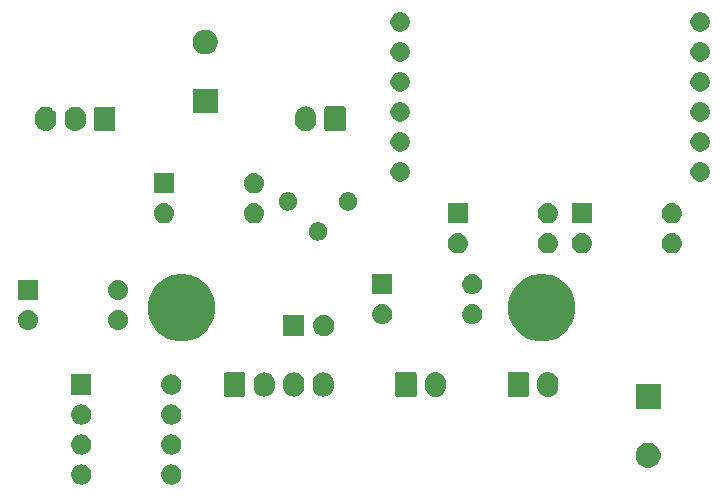
<source format=gbs>
%TF.GenerationSoftware,KiCad,Pcbnew,5.0.2+dfsg1-1*%
%TF.CreationDate,2022-04-21T18:12:01+09:00*%
%TF.ProjectId,car-psu-generic,6361722d-7073-4752-9d67-656e65726963,rev?*%
%TF.SameCoordinates,Original*%
%TF.FileFunction,Soldermask,Bot*%
%TF.FilePolarity,Negative*%
%FSLAX46Y46*%
G04 Gerber Fmt 4.6, Leading zero omitted, Abs format (unit mm)*
G04 Created by KiCad (PCBNEW 5.0.2+dfsg1-1) date Thu 21 Apr 2022 06:12:01 PM JST*
%MOMM*%
%LPD*%
G01*
G04 APERTURE LIST*
%ADD10C,0.100000*%
G04 APERTURE END LIST*
D10*
G36*
X109286821Y-84281313D02*
X109286824Y-84281314D01*
X109286825Y-84281314D01*
X109447239Y-84329975D01*
X109447241Y-84329976D01*
X109447244Y-84329977D01*
X109595078Y-84408995D01*
X109724659Y-84515341D01*
X109831005Y-84644922D01*
X109910023Y-84792756D01*
X109958687Y-84953179D01*
X109975117Y-85120000D01*
X109958687Y-85286821D01*
X109910023Y-85447244D01*
X109831005Y-85595078D01*
X109724659Y-85724659D01*
X109595078Y-85831005D01*
X109447244Y-85910023D01*
X109447241Y-85910024D01*
X109447239Y-85910025D01*
X109286825Y-85958686D01*
X109286824Y-85958686D01*
X109286821Y-85958687D01*
X109161804Y-85971000D01*
X109078196Y-85971000D01*
X108953179Y-85958687D01*
X108953176Y-85958686D01*
X108953175Y-85958686D01*
X108792761Y-85910025D01*
X108792759Y-85910024D01*
X108792756Y-85910023D01*
X108644922Y-85831005D01*
X108515341Y-85724659D01*
X108408995Y-85595078D01*
X108329977Y-85447244D01*
X108281313Y-85286821D01*
X108264883Y-85120000D01*
X108281313Y-84953179D01*
X108329977Y-84792756D01*
X108408995Y-84644922D01*
X108515341Y-84515341D01*
X108644922Y-84408995D01*
X108792756Y-84329977D01*
X108792759Y-84329976D01*
X108792761Y-84329975D01*
X108953175Y-84281314D01*
X108953176Y-84281314D01*
X108953179Y-84281313D01*
X109078196Y-84269000D01*
X109161804Y-84269000D01*
X109286821Y-84281313D01*
X109286821Y-84281313D01*
G37*
G36*
X101666821Y-84281313D02*
X101666824Y-84281314D01*
X101666825Y-84281314D01*
X101827239Y-84329975D01*
X101827241Y-84329976D01*
X101827244Y-84329977D01*
X101975078Y-84408995D01*
X102104659Y-84515341D01*
X102211005Y-84644922D01*
X102290023Y-84792756D01*
X102338687Y-84953179D01*
X102355117Y-85120000D01*
X102338687Y-85286821D01*
X102290023Y-85447244D01*
X102211005Y-85595078D01*
X102104659Y-85724659D01*
X101975078Y-85831005D01*
X101827244Y-85910023D01*
X101827241Y-85910024D01*
X101827239Y-85910025D01*
X101666825Y-85958686D01*
X101666824Y-85958686D01*
X101666821Y-85958687D01*
X101541804Y-85971000D01*
X101458196Y-85971000D01*
X101333179Y-85958687D01*
X101333176Y-85958686D01*
X101333175Y-85958686D01*
X101172761Y-85910025D01*
X101172759Y-85910024D01*
X101172756Y-85910023D01*
X101024922Y-85831005D01*
X100895341Y-85724659D01*
X100788995Y-85595078D01*
X100709977Y-85447244D01*
X100661313Y-85286821D01*
X100644883Y-85120000D01*
X100661313Y-84953179D01*
X100709977Y-84792756D01*
X100788995Y-84644922D01*
X100895341Y-84515341D01*
X101024922Y-84408995D01*
X101172756Y-84329977D01*
X101172759Y-84329976D01*
X101172761Y-84329975D01*
X101333175Y-84281314D01*
X101333176Y-84281314D01*
X101333179Y-84281313D01*
X101458196Y-84269000D01*
X101541804Y-84269000D01*
X101666821Y-84281313D01*
X101666821Y-84281313D01*
G37*
G36*
X149806565Y-82489389D02*
X149997834Y-82568615D01*
X150169976Y-82683637D01*
X150316363Y-82830024D01*
X150431385Y-83002166D01*
X150510611Y-83193435D01*
X150551000Y-83396484D01*
X150551000Y-83603516D01*
X150510611Y-83806565D01*
X150431385Y-83997834D01*
X150316363Y-84169976D01*
X150169976Y-84316363D01*
X149997834Y-84431385D01*
X149806565Y-84510611D01*
X149603516Y-84551000D01*
X149396484Y-84551000D01*
X149193435Y-84510611D01*
X149002166Y-84431385D01*
X148830024Y-84316363D01*
X148683637Y-84169976D01*
X148568615Y-83997834D01*
X148489389Y-83806565D01*
X148449000Y-83603516D01*
X148449000Y-83396484D01*
X148489389Y-83193435D01*
X148568615Y-83002166D01*
X148683637Y-82830024D01*
X148830024Y-82683637D01*
X149002166Y-82568615D01*
X149193435Y-82489389D01*
X149396484Y-82449000D01*
X149603516Y-82449000D01*
X149806565Y-82489389D01*
X149806565Y-82489389D01*
G37*
G36*
X101666821Y-81741313D02*
X101666824Y-81741314D01*
X101666825Y-81741314D01*
X101827239Y-81789975D01*
X101827241Y-81789976D01*
X101827244Y-81789977D01*
X101975078Y-81868995D01*
X102104659Y-81975341D01*
X102211005Y-82104922D01*
X102290023Y-82252756D01*
X102338687Y-82413179D01*
X102355117Y-82580000D01*
X102338687Y-82746821D01*
X102290023Y-82907244D01*
X102211005Y-83055078D01*
X102104659Y-83184659D01*
X101975078Y-83291005D01*
X101827244Y-83370023D01*
X101827241Y-83370024D01*
X101827239Y-83370025D01*
X101666825Y-83418686D01*
X101666824Y-83418686D01*
X101666821Y-83418687D01*
X101541804Y-83431000D01*
X101458196Y-83431000D01*
X101333179Y-83418687D01*
X101333176Y-83418686D01*
X101333175Y-83418686D01*
X101172761Y-83370025D01*
X101172759Y-83370024D01*
X101172756Y-83370023D01*
X101024922Y-83291005D01*
X100895341Y-83184659D01*
X100788995Y-83055078D01*
X100709977Y-82907244D01*
X100661313Y-82746821D01*
X100644883Y-82580000D01*
X100661313Y-82413179D01*
X100709977Y-82252756D01*
X100788995Y-82104922D01*
X100895341Y-81975341D01*
X101024922Y-81868995D01*
X101172756Y-81789977D01*
X101172759Y-81789976D01*
X101172761Y-81789975D01*
X101333175Y-81741314D01*
X101333176Y-81741314D01*
X101333179Y-81741313D01*
X101458196Y-81729000D01*
X101541804Y-81729000D01*
X101666821Y-81741313D01*
X101666821Y-81741313D01*
G37*
G36*
X109286821Y-81741313D02*
X109286824Y-81741314D01*
X109286825Y-81741314D01*
X109447239Y-81789975D01*
X109447241Y-81789976D01*
X109447244Y-81789977D01*
X109595078Y-81868995D01*
X109724659Y-81975341D01*
X109831005Y-82104922D01*
X109910023Y-82252756D01*
X109958687Y-82413179D01*
X109975117Y-82580000D01*
X109958687Y-82746821D01*
X109910023Y-82907244D01*
X109831005Y-83055078D01*
X109724659Y-83184659D01*
X109595078Y-83291005D01*
X109447244Y-83370023D01*
X109447241Y-83370024D01*
X109447239Y-83370025D01*
X109286825Y-83418686D01*
X109286824Y-83418686D01*
X109286821Y-83418687D01*
X109161804Y-83431000D01*
X109078196Y-83431000D01*
X108953179Y-83418687D01*
X108953176Y-83418686D01*
X108953175Y-83418686D01*
X108792761Y-83370025D01*
X108792759Y-83370024D01*
X108792756Y-83370023D01*
X108644922Y-83291005D01*
X108515341Y-83184659D01*
X108408995Y-83055078D01*
X108329977Y-82907244D01*
X108281313Y-82746821D01*
X108264883Y-82580000D01*
X108281313Y-82413179D01*
X108329977Y-82252756D01*
X108408995Y-82104922D01*
X108515341Y-81975341D01*
X108644922Y-81868995D01*
X108792756Y-81789977D01*
X108792759Y-81789976D01*
X108792761Y-81789975D01*
X108953175Y-81741314D01*
X108953176Y-81741314D01*
X108953179Y-81741313D01*
X109078196Y-81729000D01*
X109161804Y-81729000D01*
X109286821Y-81741313D01*
X109286821Y-81741313D01*
G37*
G36*
X109286821Y-79201313D02*
X109286824Y-79201314D01*
X109286825Y-79201314D01*
X109447239Y-79249975D01*
X109447241Y-79249976D01*
X109447244Y-79249977D01*
X109595078Y-79328995D01*
X109724659Y-79435341D01*
X109831005Y-79564922D01*
X109910023Y-79712756D01*
X109958687Y-79873179D01*
X109975117Y-80040000D01*
X109958687Y-80206821D01*
X109910023Y-80367244D01*
X109831005Y-80515078D01*
X109724659Y-80644659D01*
X109595078Y-80751005D01*
X109447244Y-80830023D01*
X109447241Y-80830024D01*
X109447239Y-80830025D01*
X109286825Y-80878686D01*
X109286824Y-80878686D01*
X109286821Y-80878687D01*
X109161804Y-80891000D01*
X109078196Y-80891000D01*
X108953179Y-80878687D01*
X108953176Y-80878686D01*
X108953175Y-80878686D01*
X108792761Y-80830025D01*
X108792759Y-80830024D01*
X108792756Y-80830023D01*
X108644922Y-80751005D01*
X108515341Y-80644659D01*
X108408995Y-80515078D01*
X108329977Y-80367244D01*
X108281313Y-80206821D01*
X108264883Y-80040000D01*
X108281313Y-79873179D01*
X108329977Y-79712756D01*
X108408995Y-79564922D01*
X108515341Y-79435341D01*
X108644922Y-79328995D01*
X108792756Y-79249977D01*
X108792759Y-79249976D01*
X108792761Y-79249975D01*
X108953175Y-79201314D01*
X108953176Y-79201314D01*
X108953179Y-79201313D01*
X109078196Y-79189000D01*
X109161804Y-79189000D01*
X109286821Y-79201313D01*
X109286821Y-79201313D01*
G37*
G36*
X101666821Y-79201313D02*
X101666824Y-79201314D01*
X101666825Y-79201314D01*
X101827239Y-79249975D01*
X101827241Y-79249976D01*
X101827244Y-79249977D01*
X101975078Y-79328995D01*
X102104659Y-79435341D01*
X102211005Y-79564922D01*
X102290023Y-79712756D01*
X102338687Y-79873179D01*
X102355117Y-80040000D01*
X102338687Y-80206821D01*
X102290023Y-80367244D01*
X102211005Y-80515078D01*
X102104659Y-80644659D01*
X101975078Y-80751005D01*
X101827244Y-80830023D01*
X101827241Y-80830024D01*
X101827239Y-80830025D01*
X101666825Y-80878686D01*
X101666824Y-80878686D01*
X101666821Y-80878687D01*
X101541804Y-80891000D01*
X101458196Y-80891000D01*
X101333179Y-80878687D01*
X101333176Y-80878686D01*
X101333175Y-80878686D01*
X101172761Y-80830025D01*
X101172759Y-80830024D01*
X101172756Y-80830023D01*
X101024922Y-80751005D01*
X100895341Y-80644659D01*
X100788995Y-80515078D01*
X100709977Y-80367244D01*
X100661313Y-80206821D01*
X100644883Y-80040000D01*
X100661313Y-79873179D01*
X100709977Y-79712756D01*
X100788995Y-79564922D01*
X100895341Y-79435341D01*
X101024922Y-79328995D01*
X101172756Y-79249977D01*
X101172759Y-79249976D01*
X101172761Y-79249975D01*
X101333175Y-79201314D01*
X101333176Y-79201314D01*
X101333179Y-79201313D01*
X101458196Y-79189000D01*
X101541804Y-79189000D01*
X101666821Y-79201313D01*
X101666821Y-79201313D01*
G37*
G36*
X150551000Y-79551000D02*
X148449000Y-79551000D01*
X148449000Y-77449000D01*
X150551000Y-77449000D01*
X150551000Y-79551000D01*
X150551000Y-79551000D01*
G37*
G36*
X131676626Y-76462037D02*
X131782561Y-76494172D01*
X131846466Y-76513557D01*
X132002989Y-76597221D01*
X132140186Y-76709814D01*
X132205167Y-76788995D01*
X132252778Y-76847009D01*
X132252779Y-76847011D01*
X132336443Y-77003533D01*
X132344027Y-77028534D01*
X132387963Y-77173373D01*
X132401000Y-77305742D01*
X132401000Y-77694257D01*
X132387963Y-77826626D01*
X132336443Y-77996466D01*
X132252778Y-78152991D01*
X132252777Y-78152992D01*
X132140186Y-78290186D01*
X132052178Y-78362411D01*
X132002991Y-78402778D01*
X132002989Y-78402779D01*
X131846467Y-78486443D01*
X131815930Y-78495706D01*
X131676627Y-78537963D01*
X131500000Y-78555359D01*
X131323374Y-78537963D01*
X131184071Y-78495706D01*
X131153534Y-78486443D01*
X130997012Y-78402779D01*
X130997010Y-78402778D01*
X130859816Y-78290186D01*
X130859812Y-78290183D01*
X130747222Y-78152992D01*
X130663557Y-77996467D01*
X130646384Y-77939853D01*
X130612037Y-77826627D01*
X130599000Y-77694258D01*
X130599000Y-77305743D01*
X130612037Y-77173374D01*
X130655973Y-77028535D01*
X130663557Y-77003534D01*
X130747221Y-76847011D01*
X130859814Y-76709814D01*
X130973641Y-76616400D01*
X130997009Y-76597222D01*
X131022960Y-76583351D01*
X131153533Y-76513557D01*
X131217438Y-76494172D01*
X131323373Y-76462037D01*
X131500000Y-76444641D01*
X131676626Y-76462037D01*
X131676626Y-76462037D01*
G37*
G36*
X141176626Y-76462037D02*
X141282561Y-76494172D01*
X141346466Y-76513557D01*
X141502989Y-76597221D01*
X141640186Y-76709814D01*
X141705167Y-76788995D01*
X141752778Y-76847009D01*
X141752779Y-76847011D01*
X141836443Y-77003533D01*
X141844027Y-77028534D01*
X141887963Y-77173373D01*
X141901000Y-77305742D01*
X141901000Y-77694257D01*
X141887963Y-77826626D01*
X141836443Y-77996466D01*
X141752778Y-78152991D01*
X141752777Y-78152992D01*
X141640186Y-78290186D01*
X141552178Y-78362411D01*
X141502991Y-78402778D01*
X141502989Y-78402779D01*
X141346467Y-78486443D01*
X141315930Y-78495706D01*
X141176627Y-78537963D01*
X141000000Y-78555359D01*
X140823374Y-78537963D01*
X140684071Y-78495706D01*
X140653534Y-78486443D01*
X140497012Y-78402779D01*
X140497010Y-78402778D01*
X140359816Y-78290186D01*
X140359812Y-78290183D01*
X140247222Y-78152992D01*
X140163557Y-77996467D01*
X140146384Y-77939853D01*
X140112037Y-77826627D01*
X140099000Y-77694258D01*
X140099000Y-77305743D01*
X140112037Y-77173374D01*
X140155973Y-77028535D01*
X140163557Y-77003534D01*
X140247221Y-76847011D01*
X140359814Y-76709814D01*
X140473641Y-76616400D01*
X140497009Y-76597222D01*
X140522960Y-76583351D01*
X140653533Y-76513557D01*
X140717438Y-76494172D01*
X140823373Y-76462037D01*
X141000000Y-76444641D01*
X141176626Y-76462037D01*
X141176626Y-76462037D01*
G37*
G36*
X139258600Y-76452989D02*
X139291649Y-76463014D01*
X139322106Y-76479294D01*
X139348799Y-76501201D01*
X139370706Y-76527894D01*
X139386986Y-76558351D01*
X139397011Y-76591400D01*
X139401000Y-76631904D01*
X139401000Y-78368096D01*
X139397011Y-78408600D01*
X139386986Y-78441649D01*
X139370706Y-78472106D01*
X139348799Y-78498799D01*
X139322106Y-78520706D01*
X139291649Y-78536986D01*
X139258600Y-78547011D01*
X139218096Y-78551000D01*
X137781904Y-78551000D01*
X137741400Y-78547011D01*
X137708351Y-78536986D01*
X137677894Y-78520706D01*
X137651201Y-78498799D01*
X137629294Y-78472106D01*
X137613014Y-78441649D01*
X137602989Y-78408600D01*
X137599000Y-78368096D01*
X137599000Y-76631904D01*
X137602989Y-76591400D01*
X137613014Y-76558351D01*
X137629294Y-76527894D01*
X137651201Y-76501201D01*
X137677894Y-76479294D01*
X137708351Y-76463014D01*
X137741400Y-76452989D01*
X137781904Y-76449000D01*
X139218096Y-76449000D01*
X139258600Y-76452989D01*
X139258600Y-76452989D01*
G37*
G36*
X129758600Y-76452989D02*
X129791649Y-76463014D01*
X129822106Y-76479294D01*
X129848799Y-76501201D01*
X129870706Y-76527894D01*
X129886986Y-76558351D01*
X129897011Y-76591400D01*
X129901000Y-76631904D01*
X129901000Y-78368096D01*
X129897011Y-78408600D01*
X129886986Y-78441649D01*
X129870706Y-78472106D01*
X129848799Y-78498799D01*
X129822106Y-78520706D01*
X129791649Y-78536986D01*
X129758600Y-78547011D01*
X129718096Y-78551000D01*
X128281904Y-78551000D01*
X128241400Y-78547011D01*
X128208351Y-78536986D01*
X128177894Y-78520706D01*
X128151201Y-78498799D01*
X128129294Y-78472106D01*
X128113014Y-78441649D01*
X128102989Y-78408600D01*
X128099000Y-78368096D01*
X128099000Y-76631904D01*
X128102989Y-76591400D01*
X128113014Y-76558351D01*
X128129294Y-76527894D01*
X128151201Y-76501201D01*
X128177894Y-76479294D01*
X128208351Y-76463014D01*
X128241400Y-76452989D01*
X128281904Y-76449000D01*
X129718096Y-76449000D01*
X129758600Y-76452989D01*
X129758600Y-76452989D01*
G37*
G36*
X117176626Y-76487037D02*
X117289852Y-76521384D01*
X117346466Y-76538557D01*
X117502989Y-76622221D01*
X117640186Y-76734814D01*
X117684651Y-76788996D01*
X117752778Y-76872009D01*
X117752779Y-76872011D01*
X117836443Y-77028533D01*
X117853616Y-77085147D01*
X117887963Y-77198373D01*
X117887963Y-77198375D01*
X117901000Y-77330740D01*
X117901000Y-77669259D01*
X117894482Y-77735441D01*
X117887963Y-77801626D01*
X117836443Y-77971466D01*
X117752778Y-78127991D01*
X117732261Y-78152991D01*
X117640186Y-78265186D01*
X117550623Y-78338687D01*
X117502991Y-78377778D01*
X117502989Y-78377779D01*
X117346467Y-78461443D01*
X117311315Y-78472106D01*
X117176627Y-78512963D01*
X117000000Y-78530359D01*
X116823374Y-78512963D01*
X116688686Y-78472106D01*
X116653534Y-78461443D01*
X116497012Y-78377779D01*
X116497010Y-78377778D01*
X116390279Y-78290186D01*
X116359812Y-78265183D01*
X116247222Y-78127992D01*
X116163557Y-77971467D01*
X116119808Y-77827244D01*
X116112037Y-77801627D01*
X116099000Y-77669258D01*
X116099000Y-77330743D01*
X116101463Y-77305740D01*
X116112037Y-77198376D01*
X116112037Y-77198374D01*
X116163557Y-77028535D01*
X116163557Y-77028534D01*
X116247221Y-76872011D01*
X116359814Y-76734814D01*
X116464380Y-76649000D01*
X116497009Y-76622222D01*
X116543782Y-76597221D01*
X116653533Y-76538557D01*
X116710147Y-76521384D01*
X116823373Y-76487037D01*
X117000000Y-76469641D01*
X117176626Y-76487037D01*
X117176626Y-76487037D01*
G37*
G36*
X119676626Y-76487037D02*
X119789852Y-76521384D01*
X119846466Y-76538557D01*
X120002989Y-76622221D01*
X120140186Y-76734814D01*
X120184651Y-76788996D01*
X120252778Y-76872009D01*
X120252779Y-76872011D01*
X120336443Y-77028533D01*
X120353616Y-77085147D01*
X120387963Y-77198373D01*
X120387963Y-77198375D01*
X120401000Y-77330740D01*
X120401000Y-77669259D01*
X120394482Y-77735441D01*
X120387963Y-77801626D01*
X120336443Y-77971466D01*
X120252778Y-78127991D01*
X120232261Y-78152991D01*
X120140186Y-78265186D01*
X120050623Y-78338687D01*
X120002991Y-78377778D01*
X120002989Y-78377779D01*
X119846467Y-78461443D01*
X119811315Y-78472106D01*
X119676627Y-78512963D01*
X119500000Y-78530359D01*
X119323374Y-78512963D01*
X119188686Y-78472106D01*
X119153534Y-78461443D01*
X118997012Y-78377779D01*
X118997010Y-78377778D01*
X118890279Y-78290186D01*
X118859812Y-78265183D01*
X118747222Y-78127992D01*
X118663557Y-77971467D01*
X118619808Y-77827244D01*
X118612037Y-77801627D01*
X118599000Y-77669258D01*
X118599000Y-77330743D01*
X118601463Y-77305740D01*
X118612037Y-77198376D01*
X118612037Y-77198374D01*
X118663557Y-77028535D01*
X118663557Y-77028534D01*
X118747221Y-76872011D01*
X118859814Y-76734814D01*
X118964380Y-76649000D01*
X118997009Y-76622222D01*
X119043782Y-76597221D01*
X119153533Y-76538557D01*
X119210147Y-76521384D01*
X119323373Y-76487037D01*
X119500000Y-76469641D01*
X119676626Y-76487037D01*
X119676626Y-76487037D01*
G37*
G36*
X122176626Y-76487037D02*
X122289852Y-76521384D01*
X122346466Y-76538557D01*
X122502989Y-76622221D01*
X122640186Y-76734814D01*
X122684651Y-76788996D01*
X122752778Y-76872009D01*
X122752779Y-76872011D01*
X122836443Y-77028533D01*
X122853616Y-77085147D01*
X122887963Y-77198373D01*
X122887963Y-77198375D01*
X122901000Y-77330740D01*
X122901000Y-77669259D01*
X122894482Y-77735441D01*
X122887963Y-77801626D01*
X122836443Y-77971466D01*
X122752778Y-78127991D01*
X122732261Y-78152991D01*
X122640186Y-78265186D01*
X122550623Y-78338687D01*
X122502991Y-78377778D01*
X122502989Y-78377779D01*
X122346467Y-78461443D01*
X122311315Y-78472106D01*
X122176627Y-78512963D01*
X122000000Y-78530359D01*
X121823374Y-78512963D01*
X121688686Y-78472106D01*
X121653534Y-78461443D01*
X121497012Y-78377779D01*
X121497010Y-78377778D01*
X121390279Y-78290186D01*
X121359812Y-78265183D01*
X121247222Y-78127992D01*
X121163557Y-77971467D01*
X121119808Y-77827244D01*
X121112037Y-77801627D01*
X121099000Y-77669258D01*
X121099000Y-77330743D01*
X121101463Y-77305740D01*
X121112037Y-77198376D01*
X121112037Y-77198374D01*
X121163557Y-77028535D01*
X121163557Y-77028534D01*
X121247221Y-76872011D01*
X121359814Y-76734814D01*
X121464380Y-76649000D01*
X121497009Y-76622222D01*
X121543782Y-76597221D01*
X121653533Y-76538557D01*
X121710147Y-76521384D01*
X121823373Y-76487037D01*
X122000000Y-76469641D01*
X122176626Y-76487037D01*
X122176626Y-76487037D01*
G37*
G36*
X115258600Y-76477989D02*
X115291649Y-76488014D01*
X115322106Y-76504294D01*
X115348799Y-76526201D01*
X115370706Y-76552894D01*
X115386986Y-76583351D01*
X115397011Y-76616400D01*
X115401000Y-76656904D01*
X115401000Y-78343096D01*
X115397011Y-78383600D01*
X115386986Y-78416649D01*
X115370706Y-78447106D01*
X115348799Y-78473799D01*
X115322106Y-78495706D01*
X115291649Y-78511986D01*
X115258600Y-78522011D01*
X115218096Y-78526000D01*
X113781904Y-78526000D01*
X113741400Y-78522011D01*
X113708351Y-78511986D01*
X113677894Y-78495706D01*
X113651201Y-78473799D01*
X113629294Y-78447106D01*
X113613014Y-78416649D01*
X113602989Y-78383600D01*
X113599000Y-78343096D01*
X113599000Y-76656904D01*
X113602989Y-76616400D01*
X113613014Y-76583351D01*
X113629294Y-76552894D01*
X113651201Y-76526201D01*
X113677894Y-76504294D01*
X113708351Y-76488014D01*
X113741400Y-76477989D01*
X113781904Y-76474000D01*
X115218096Y-76474000D01*
X115258600Y-76477989D01*
X115258600Y-76477989D01*
G37*
G36*
X109286821Y-76661313D02*
X109286824Y-76661314D01*
X109286825Y-76661314D01*
X109447239Y-76709975D01*
X109447241Y-76709976D01*
X109447244Y-76709977D01*
X109595078Y-76788995D01*
X109724659Y-76895341D01*
X109831005Y-77024922D01*
X109910023Y-77172756D01*
X109910024Y-77172759D01*
X109910025Y-77172761D01*
X109957948Y-77330742D01*
X109958687Y-77333179D01*
X109975117Y-77500000D01*
X109958687Y-77666821D01*
X109958686Y-77666824D01*
X109958686Y-77666825D01*
X109910211Y-77826627D01*
X109910023Y-77827244D01*
X109831005Y-77975078D01*
X109724659Y-78104659D01*
X109595078Y-78211005D01*
X109447244Y-78290023D01*
X109447241Y-78290024D01*
X109447239Y-78290025D01*
X109286825Y-78338686D01*
X109286824Y-78338686D01*
X109286821Y-78338687D01*
X109161804Y-78351000D01*
X109078196Y-78351000D01*
X108953179Y-78338687D01*
X108953176Y-78338686D01*
X108953175Y-78338686D01*
X108792761Y-78290025D01*
X108792759Y-78290024D01*
X108792756Y-78290023D01*
X108644922Y-78211005D01*
X108515341Y-78104659D01*
X108408995Y-77975078D01*
X108329977Y-77827244D01*
X108329790Y-77826627D01*
X108281314Y-77666825D01*
X108281314Y-77666824D01*
X108281313Y-77666821D01*
X108264883Y-77500000D01*
X108281313Y-77333179D01*
X108282052Y-77330742D01*
X108329975Y-77172761D01*
X108329976Y-77172759D01*
X108329977Y-77172756D01*
X108408995Y-77024922D01*
X108515341Y-76895341D01*
X108644922Y-76788995D01*
X108792756Y-76709977D01*
X108792759Y-76709976D01*
X108792761Y-76709975D01*
X108953175Y-76661314D01*
X108953176Y-76661314D01*
X108953179Y-76661313D01*
X109078196Y-76649000D01*
X109161804Y-76649000D01*
X109286821Y-76661313D01*
X109286821Y-76661313D01*
G37*
G36*
X102351000Y-78351000D02*
X100649000Y-78351000D01*
X100649000Y-76649000D01*
X102351000Y-76649000D01*
X102351000Y-78351000D01*
X102351000Y-78351000D01*
G37*
G36*
X110556202Y-68203781D02*
X110831606Y-68258562D01*
X111350455Y-68473476D01*
X111648698Y-68672756D01*
X111817410Y-68785486D01*
X112214514Y-69182590D01*
X112214516Y-69182593D01*
X112526524Y-69649545D01*
X112741438Y-70168394D01*
X112851000Y-70719201D01*
X112851000Y-71280799D01*
X112741438Y-71831606D01*
X112526524Y-72350455D01*
X112426601Y-72500000D01*
X112214514Y-72817410D01*
X111817410Y-73214514D01*
X111817407Y-73214516D01*
X111350455Y-73526524D01*
X110831606Y-73741438D01*
X110280800Y-73851000D01*
X109719200Y-73851000D01*
X109168394Y-73741438D01*
X108649545Y-73526524D01*
X108182593Y-73214516D01*
X108182590Y-73214514D01*
X107785486Y-72817410D01*
X107573399Y-72500000D01*
X107473476Y-72350455D01*
X107258562Y-71831606D01*
X107149000Y-71280799D01*
X107149000Y-70719201D01*
X107258562Y-70168394D01*
X107473476Y-69649545D01*
X107785484Y-69182593D01*
X107785486Y-69182590D01*
X108182590Y-68785486D01*
X108351302Y-68672756D01*
X108649545Y-68473476D01*
X109168394Y-68258562D01*
X109443798Y-68203781D01*
X109719200Y-68149000D01*
X110280800Y-68149000D01*
X110556202Y-68203781D01*
X110556202Y-68203781D01*
G37*
G36*
X141056202Y-68203781D02*
X141331606Y-68258562D01*
X141850455Y-68473476D01*
X142148698Y-68672756D01*
X142317410Y-68785486D01*
X142714514Y-69182590D01*
X142714516Y-69182593D01*
X143026524Y-69649545D01*
X143241438Y-70168394D01*
X143351000Y-70719201D01*
X143351000Y-71280799D01*
X143241438Y-71831606D01*
X143026524Y-72350455D01*
X142926601Y-72500000D01*
X142714514Y-72817410D01*
X142317410Y-73214514D01*
X142317407Y-73214516D01*
X141850455Y-73526524D01*
X141331606Y-73741438D01*
X140780800Y-73851000D01*
X140219200Y-73851000D01*
X139668394Y-73741438D01*
X139149545Y-73526524D01*
X138682593Y-73214516D01*
X138682590Y-73214514D01*
X138285486Y-72817410D01*
X138073399Y-72500000D01*
X137973476Y-72350455D01*
X137758562Y-71831606D01*
X137649000Y-71280799D01*
X137649000Y-70719201D01*
X137758562Y-70168394D01*
X137973476Y-69649545D01*
X138285484Y-69182593D01*
X138285486Y-69182590D01*
X138682590Y-68785486D01*
X138851302Y-68672756D01*
X139149545Y-68473476D01*
X139668394Y-68258562D01*
X139943798Y-68203781D01*
X140219200Y-68149000D01*
X140780800Y-68149000D01*
X141056202Y-68203781D01*
X141056202Y-68203781D01*
G37*
G36*
X122150443Y-71605519D02*
X122216627Y-71612037D01*
X122329853Y-71646384D01*
X122386467Y-71663557D01*
X122478510Y-71712756D01*
X122542991Y-71747222D01*
X122578729Y-71776552D01*
X122680186Y-71859814D01*
X122763448Y-71961271D01*
X122792778Y-71997009D01*
X122792779Y-71997011D01*
X122876443Y-72153533D01*
X122876443Y-72153534D01*
X122927963Y-72323373D01*
X122945359Y-72500000D01*
X122927963Y-72676627D01*
X122905401Y-72751004D01*
X122876443Y-72846467D01*
X122852639Y-72891000D01*
X122792778Y-73002991D01*
X122763448Y-73038729D01*
X122680186Y-73140186D01*
X122589613Y-73214516D01*
X122542991Y-73252778D01*
X122542989Y-73252779D01*
X122386467Y-73336443D01*
X122329853Y-73353616D01*
X122216627Y-73387963D01*
X122150443Y-73394481D01*
X122084260Y-73401000D01*
X121995740Y-73401000D01*
X121929557Y-73394481D01*
X121863373Y-73387963D01*
X121750147Y-73353616D01*
X121693533Y-73336443D01*
X121537011Y-73252779D01*
X121537009Y-73252778D01*
X121490387Y-73214516D01*
X121399814Y-73140186D01*
X121316552Y-73038729D01*
X121287222Y-73002991D01*
X121227361Y-72891000D01*
X121203557Y-72846467D01*
X121174599Y-72751004D01*
X121152037Y-72676627D01*
X121134641Y-72500000D01*
X121152037Y-72323373D01*
X121203557Y-72153534D01*
X121203557Y-72153533D01*
X121287221Y-71997011D01*
X121287222Y-71997009D01*
X121316552Y-71961271D01*
X121399814Y-71859814D01*
X121501271Y-71776552D01*
X121537009Y-71747222D01*
X121601490Y-71712756D01*
X121693533Y-71663557D01*
X121750147Y-71646384D01*
X121863373Y-71612037D01*
X121929557Y-71605519D01*
X121995740Y-71599000D01*
X122084260Y-71599000D01*
X122150443Y-71605519D01*
X122150443Y-71605519D01*
G37*
G36*
X120401000Y-73401000D02*
X118599000Y-73401000D01*
X118599000Y-71599000D01*
X120401000Y-71599000D01*
X120401000Y-73401000D01*
X120401000Y-73401000D01*
G37*
G36*
X97166821Y-71201313D02*
X97166824Y-71201314D01*
X97166825Y-71201314D01*
X97327239Y-71249975D01*
X97327241Y-71249976D01*
X97327244Y-71249977D01*
X97475078Y-71328995D01*
X97604659Y-71435341D01*
X97711005Y-71564922D01*
X97790023Y-71712756D01*
X97790024Y-71712759D01*
X97790025Y-71712761D01*
X97826076Y-71831605D01*
X97838687Y-71873179D01*
X97855117Y-72040000D01*
X97838687Y-72206821D01*
X97838686Y-72206824D01*
X97838686Y-72206825D01*
X97795117Y-72350454D01*
X97790023Y-72367244D01*
X97711005Y-72515078D01*
X97604659Y-72644659D01*
X97475078Y-72751005D01*
X97327244Y-72830023D01*
X97327241Y-72830024D01*
X97327239Y-72830025D01*
X97166825Y-72878686D01*
X97166824Y-72878686D01*
X97166821Y-72878687D01*
X97041804Y-72891000D01*
X96958196Y-72891000D01*
X96833179Y-72878687D01*
X96833176Y-72878686D01*
X96833175Y-72878686D01*
X96672761Y-72830025D01*
X96672759Y-72830024D01*
X96672756Y-72830023D01*
X96524922Y-72751005D01*
X96395341Y-72644659D01*
X96288995Y-72515078D01*
X96209977Y-72367244D01*
X96204884Y-72350454D01*
X96161314Y-72206825D01*
X96161314Y-72206824D01*
X96161313Y-72206821D01*
X96144883Y-72040000D01*
X96161313Y-71873179D01*
X96173924Y-71831605D01*
X96209975Y-71712761D01*
X96209976Y-71712759D01*
X96209977Y-71712756D01*
X96288995Y-71564922D01*
X96395341Y-71435341D01*
X96524922Y-71328995D01*
X96672756Y-71249977D01*
X96672759Y-71249976D01*
X96672761Y-71249975D01*
X96833175Y-71201314D01*
X96833176Y-71201314D01*
X96833179Y-71201313D01*
X96958196Y-71189000D01*
X97041804Y-71189000D01*
X97166821Y-71201313D01*
X97166821Y-71201313D01*
G37*
G36*
X104786821Y-71201313D02*
X104786824Y-71201314D01*
X104786825Y-71201314D01*
X104947239Y-71249975D01*
X104947241Y-71249976D01*
X104947244Y-71249977D01*
X105095078Y-71328995D01*
X105224659Y-71435341D01*
X105331005Y-71564922D01*
X105410023Y-71712756D01*
X105410024Y-71712759D01*
X105410025Y-71712761D01*
X105446076Y-71831605D01*
X105458687Y-71873179D01*
X105475117Y-72040000D01*
X105458687Y-72206821D01*
X105458686Y-72206824D01*
X105458686Y-72206825D01*
X105415117Y-72350454D01*
X105410023Y-72367244D01*
X105331005Y-72515078D01*
X105224659Y-72644659D01*
X105095078Y-72751005D01*
X104947244Y-72830023D01*
X104947241Y-72830024D01*
X104947239Y-72830025D01*
X104786825Y-72878686D01*
X104786824Y-72878686D01*
X104786821Y-72878687D01*
X104661804Y-72891000D01*
X104578196Y-72891000D01*
X104453179Y-72878687D01*
X104453176Y-72878686D01*
X104453175Y-72878686D01*
X104292761Y-72830025D01*
X104292759Y-72830024D01*
X104292756Y-72830023D01*
X104144922Y-72751005D01*
X104015341Y-72644659D01*
X103908995Y-72515078D01*
X103829977Y-72367244D01*
X103824884Y-72350454D01*
X103781314Y-72206825D01*
X103781314Y-72206824D01*
X103781313Y-72206821D01*
X103764883Y-72040000D01*
X103781313Y-71873179D01*
X103793924Y-71831605D01*
X103829975Y-71712761D01*
X103829976Y-71712759D01*
X103829977Y-71712756D01*
X103908995Y-71564922D01*
X104015341Y-71435341D01*
X104144922Y-71328995D01*
X104292756Y-71249977D01*
X104292759Y-71249976D01*
X104292761Y-71249975D01*
X104453175Y-71201314D01*
X104453176Y-71201314D01*
X104453179Y-71201313D01*
X104578196Y-71189000D01*
X104661804Y-71189000D01*
X104786821Y-71201313D01*
X104786821Y-71201313D01*
G37*
G36*
X127166821Y-70701313D02*
X127166824Y-70701314D01*
X127166825Y-70701314D01*
X127327239Y-70749975D01*
X127327241Y-70749976D01*
X127327244Y-70749977D01*
X127475078Y-70828995D01*
X127604659Y-70935341D01*
X127711005Y-71064922D01*
X127790023Y-71212756D01*
X127790024Y-71212759D01*
X127790025Y-71212761D01*
X127801314Y-71249977D01*
X127838687Y-71373179D01*
X127855117Y-71540000D01*
X127838687Y-71706821D01*
X127838686Y-71706824D01*
X127838686Y-71706825D01*
X127826432Y-71747222D01*
X127790023Y-71867244D01*
X127711005Y-72015078D01*
X127604659Y-72144659D01*
X127475078Y-72251005D01*
X127327244Y-72330023D01*
X127327241Y-72330024D01*
X127327239Y-72330025D01*
X127166825Y-72378686D01*
X127166824Y-72378686D01*
X127166821Y-72378687D01*
X127041804Y-72391000D01*
X126958196Y-72391000D01*
X126833179Y-72378687D01*
X126833176Y-72378686D01*
X126833175Y-72378686D01*
X126672761Y-72330025D01*
X126672759Y-72330024D01*
X126672756Y-72330023D01*
X126524922Y-72251005D01*
X126395341Y-72144659D01*
X126288995Y-72015078D01*
X126209977Y-71867244D01*
X126173569Y-71747222D01*
X126161314Y-71706825D01*
X126161314Y-71706824D01*
X126161313Y-71706821D01*
X126144883Y-71540000D01*
X126161313Y-71373179D01*
X126198686Y-71249977D01*
X126209975Y-71212761D01*
X126209976Y-71212759D01*
X126209977Y-71212756D01*
X126288995Y-71064922D01*
X126395341Y-70935341D01*
X126524922Y-70828995D01*
X126672756Y-70749977D01*
X126672759Y-70749976D01*
X126672761Y-70749975D01*
X126833175Y-70701314D01*
X126833176Y-70701314D01*
X126833179Y-70701313D01*
X126958196Y-70689000D01*
X127041804Y-70689000D01*
X127166821Y-70701313D01*
X127166821Y-70701313D01*
G37*
G36*
X134786821Y-70701313D02*
X134786824Y-70701314D01*
X134786825Y-70701314D01*
X134947239Y-70749975D01*
X134947241Y-70749976D01*
X134947244Y-70749977D01*
X135095078Y-70828995D01*
X135224659Y-70935341D01*
X135331005Y-71064922D01*
X135410023Y-71212756D01*
X135410024Y-71212759D01*
X135410025Y-71212761D01*
X135421314Y-71249977D01*
X135458687Y-71373179D01*
X135475117Y-71540000D01*
X135458687Y-71706821D01*
X135458686Y-71706824D01*
X135458686Y-71706825D01*
X135446432Y-71747222D01*
X135410023Y-71867244D01*
X135331005Y-72015078D01*
X135224659Y-72144659D01*
X135095078Y-72251005D01*
X134947244Y-72330023D01*
X134947241Y-72330024D01*
X134947239Y-72330025D01*
X134786825Y-72378686D01*
X134786824Y-72378686D01*
X134786821Y-72378687D01*
X134661804Y-72391000D01*
X134578196Y-72391000D01*
X134453179Y-72378687D01*
X134453176Y-72378686D01*
X134453175Y-72378686D01*
X134292761Y-72330025D01*
X134292759Y-72330024D01*
X134292756Y-72330023D01*
X134144922Y-72251005D01*
X134015341Y-72144659D01*
X133908995Y-72015078D01*
X133829977Y-71867244D01*
X133793569Y-71747222D01*
X133781314Y-71706825D01*
X133781314Y-71706824D01*
X133781313Y-71706821D01*
X133764883Y-71540000D01*
X133781313Y-71373179D01*
X133818686Y-71249977D01*
X133829975Y-71212761D01*
X133829976Y-71212759D01*
X133829977Y-71212756D01*
X133908995Y-71064922D01*
X134015341Y-70935341D01*
X134144922Y-70828995D01*
X134292756Y-70749977D01*
X134292759Y-70749976D01*
X134292761Y-70749975D01*
X134453175Y-70701314D01*
X134453176Y-70701314D01*
X134453179Y-70701313D01*
X134578196Y-70689000D01*
X134661804Y-70689000D01*
X134786821Y-70701313D01*
X134786821Y-70701313D01*
G37*
G36*
X104786821Y-68661313D02*
X104786824Y-68661314D01*
X104786825Y-68661314D01*
X104947239Y-68709975D01*
X104947241Y-68709976D01*
X104947244Y-68709977D01*
X105095078Y-68788995D01*
X105224659Y-68895341D01*
X105331005Y-69024922D01*
X105410023Y-69172756D01*
X105410024Y-69172759D01*
X105410025Y-69172761D01*
X105456885Y-69327239D01*
X105458687Y-69333179D01*
X105475117Y-69500000D01*
X105458687Y-69666821D01*
X105458686Y-69666824D01*
X105458686Y-69666825D01*
X105421314Y-69790025D01*
X105410023Y-69827244D01*
X105331005Y-69975078D01*
X105224659Y-70104659D01*
X105095078Y-70211005D01*
X104947244Y-70290023D01*
X104947241Y-70290024D01*
X104947239Y-70290025D01*
X104786825Y-70338686D01*
X104786824Y-70338686D01*
X104786821Y-70338687D01*
X104661804Y-70351000D01*
X104578196Y-70351000D01*
X104453179Y-70338687D01*
X104453176Y-70338686D01*
X104453175Y-70338686D01*
X104292761Y-70290025D01*
X104292759Y-70290024D01*
X104292756Y-70290023D01*
X104144922Y-70211005D01*
X104015341Y-70104659D01*
X103908995Y-69975078D01*
X103829977Y-69827244D01*
X103818687Y-69790025D01*
X103781314Y-69666825D01*
X103781314Y-69666824D01*
X103781313Y-69666821D01*
X103764883Y-69500000D01*
X103781313Y-69333179D01*
X103783115Y-69327239D01*
X103829975Y-69172761D01*
X103829976Y-69172759D01*
X103829977Y-69172756D01*
X103908995Y-69024922D01*
X104015341Y-68895341D01*
X104144922Y-68788995D01*
X104292756Y-68709977D01*
X104292759Y-68709976D01*
X104292761Y-68709975D01*
X104453175Y-68661314D01*
X104453176Y-68661314D01*
X104453179Y-68661313D01*
X104578196Y-68649000D01*
X104661804Y-68649000D01*
X104786821Y-68661313D01*
X104786821Y-68661313D01*
G37*
G36*
X97851000Y-70351000D02*
X96149000Y-70351000D01*
X96149000Y-68649000D01*
X97851000Y-68649000D01*
X97851000Y-70351000D01*
X97851000Y-70351000D01*
G37*
G36*
X127851000Y-69851000D02*
X126149000Y-69851000D01*
X126149000Y-68149000D01*
X127851000Y-68149000D01*
X127851000Y-69851000D01*
X127851000Y-69851000D01*
G37*
G36*
X134786821Y-68161313D02*
X134786824Y-68161314D01*
X134786825Y-68161314D01*
X134947239Y-68209975D01*
X134947241Y-68209976D01*
X134947244Y-68209977D01*
X135095078Y-68288995D01*
X135224659Y-68395341D01*
X135331005Y-68524922D01*
X135410023Y-68672756D01*
X135410024Y-68672759D01*
X135410025Y-68672761D01*
X135445284Y-68788995D01*
X135458687Y-68833179D01*
X135475117Y-69000000D01*
X135458687Y-69166821D01*
X135410023Y-69327244D01*
X135331005Y-69475078D01*
X135224659Y-69604659D01*
X135095078Y-69711005D01*
X134947244Y-69790023D01*
X134947241Y-69790024D01*
X134947239Y-69790025D01*
X134786825Y-69838686D01*
X134786824Y-69838686D01*
X134786821Y-69838687D01*
X134661804Y-69851000D01*
X134578196Y-69851000D01*
X134453179Y-69838687D01*
X134453176Y-69838686D01*
X134453175Y-69838686D01*
X134292761Y-69790025D01*
X134292759Y-69790024D01*
X134292756Y-69790023D01*
X134144922Y-69711005D01*
X134015341Y-69604659D01*
X133908995Y-69475078D01*
X133829977Y-69327244D01*
X133781313Y-69166821D01*
X133764883Y-69000000D01*
X133781313Y-68833179D01*
X133794716Y-68788995D01*
X133829975Y-68672761D01*
X133829976Y-68672759D01*
X133829977Y-68672756D01*
X133908995Y-68524922D01*
X134015341Y-68395341D01*
X134144922Y-68288995D01*
X134292756Y-68209977D01*
X134292759Y-68209976D01*
X134292761Y-68209975D01*
X134453175Y-68161314D01*
X134453176Y-68161314D01*
X134453179Y-68161313D01*
X134578196Y-68149000D01*
X134661804Y-68149000D01*
X134786821Y-68161313D01*
X134786821Y-68161313D01*
G37*
G36*
X151666821Y-64701313D02*
X151666824Y-64701314D01*
X151666825Y-64701314D01*
X151827239Y-64749975D01*
X151827241Y-64749976D01*
X151827244Y-64749977D01*
X151975078Y-64828995D01*
X152104659Y-64935341D01*
X152211005Y-65064922D01*
X152290023Y-65212756D01*
X152290024Y-65212759D01*
X152290025Y-65212761D01*
X152319825Y-65311000D01*
X152338687Y-65373179D01*
X152355117Y-65540000D01*
X152338687Y-65706821D01*
X152290023Y-65867244D01*
X152211005Y-66015078D01*
X152104659Y-66144659D01*
X151975078Y-66251005D01*
X151827244Y-66330023D01*
X151827241Y-66330024D01*
X151827239Y-66330025D01*
X151666825Y-66378686D01*
X151666824Y-66378686D01*
X151666821Y-66378687D01*
X151541804Y-66391000D01*
X151458196Y-66391000D01*
X151333179Y-66378687D01*
X151333176Y-66378686D01*
X151333175Y-66378686D01*
X151172761Y-66330025D01*
X151172759Y-66330024D01*
X151172756Y-66330023D01*
X151024922Y-66251005D01*
X150895341Y-66144659D01*
X150788995Y-66015078D01*
X150709977Y-65867244D01*
X150661313Y-65706821D01*
X150644883Y-65540000D01*
X150661313Y-65373179D01*
X150680175Y-65311000D01*
X150709975Y-65212761D01*
X150709976Y-65212759D01*
X150709977Y-65212756D01*
X150788995Y-65064922D01*
X150895341Y-64935341D01*
X151024922Y-64828995D01*
X151172756Y-64749977D01*
X151172759Y-64749976D01*
X151172761Y-64749975D01*
X151333175Y-64701314D01*
X151333176Y-64701314D01*
X151333179Y-64701313D01*
X151458196Y-64689000D01*
X151541804Y-64689000D01*
X151666821Y-64701313D01*
X151666821Y-64701313D01*
G37*
G36*
X144046821Y-64701313D02*
X144046824Y-64701314D01*
X144046825Y-64701314D01*
X144207239Y-64749975D01*
X144207241Y-64749976D01*
X144207244Y-64749977D01*
X144355078Y-64828995D01*
X144484659Y-64935341D01*
X144591005Y-65064922D01*
X144670023Y-65212756D01*
X144670024Y-65212759D01*
X144670025Y-65212761D01*
X144699825Y-65311000D01*
X144718687Y-65373179D01*
X144735117Y-65540000D01*
X144718687Y-65706821D01*
X144670023Y-65867244D01*
X144591005Y-66015078D01*
X144484659Y-66144659D01*
X144355078Y-66251005D01*
X144207244Y-66330023D01*
X144207241Y-66330024D01*
X144207239Y-66330025D01*
X144046825Y-66378686D01*
X144046824Y-66378686D01*
X144046821Y-66378687D01*
X143921804Y-66391000D01*
X143838196Y-66391000D01*
X143713179Y-66378687D01*
X143713176Y-66378686D01*
X143713175Y-66378686D01*
X143552761Y-66330025D01*
X143552759Y-66330024D01*
X143552756Y-66330023D01*
X143404922Y-66251005D01*
X143275341Y-66144659D01*
X143168995Y-66015078D01*
X143089977Y-65867244D01*
X143041313Y-65706821D01*
X143024883Y-65540000D01*
X143041313Y-65373179D01*
X143060175Y-65311000D01*
X143089975Y-65212761D01*
X143089976Y-65212759D01*
X143089977Y-65212756D01*
X143168995Y-65064922D01*
X143275341Y-64935341D01*
X143404922Y-64828995D01*
X143552756Y-64749977D01*
X143552759Y-64749976D01*
X143552761Y-64749975D01*
X143713175Y-64701314D01*
X143713176Y-64701314D01*
X143713179Y-64701313D01*
X143838196Y-64689000D01*
X143921804Y-64689000D01*
X144046821Y-64701313D01*
X144046821Y-64701313D01*
G37*
G36*
X133546821Y-64701313D02*
X133546824Y-64701314D01*
X133546825Y-64701314D01*
X133707239Y-64749975D01*
X133707241Y-64749976D01*
X133707244Y-64749977D01*
X133855078Y-64828995D01*
X133984659Y-64935341D01*
X134091005Y-65064922D01*
X134170023Y-65212756D01*
X134170024Y-65212759D01*
X134170025Y-65212761D01*
X134199825Y-65311000D01*
X134218687Y-65373179D01*
X134235117Y-65540000D01*
X134218687Y-65706821D01*
X134170023Y-65867244D01*
X134091005Y-66015078D01*
X133984659Y-66144659D01*
X133855078Y-66251005D01*
X133707244Y-66330023D01*
X133707241Y-66330024D01*
X133707239Y-66330025D01*
X133546825Y-66378686D01*
X133546824Y-66378686D01*
X133546821Y-66378687D01*
X133421804Y-66391000D01*
X133338196Y-66391000D01*
X133213179Y-66378687D01*
X133213176Y-66378686D01*
X133213175Y-66378686D01*
X133052761Y-66330025D01*
X133052759Y-66330024D01*
X133052756Y-66330023D01*
X132904922Y-66251005D01*
X132775341Y-66144659D01*
X132668995Y-66015078D01*
X132589977Y-65867244D01*
X132541313Y-65706821D01*
X132524883Y-65540000D01*
X132541313Y-65373179D01*
X132560175Y-65311000D01*
X132589975Y-65212761D01*
X132589976Y-65212759D01*
X132589977Y-65212756D01*
X132668995Y-65064922D01*
X132775341Y-64935341D01*
X132904922Y-64828995D01*
X133052756Y-64749977D01*
X133052759Y-64749976D01*
X133052761Y-64749975D01*
X133213175Y-64701314D01*
X133213176Y-64701314D01*
X133213179Y-64701313D01*
X133338196Y-64689000D01*
X133421804Y-64689000D01*
X133546821Y-64701313D01*
X133546821Y-64701313D01*
G37*
G36*
X141166821Y-64701313D02*
X141166824Y-64701314D01*
X141166825Y-64701314D01*
X141327239Y-64749975D01*
X141327241Y-64749976D01*
X141327244Y-64749977D01*
X141475078Y-64828995D01*
X141604659Y-64935341D01*
X141711005Y-65064922D01*
X141790023Y-65212756D01*
X141790024Y-65212759D01*
X141790025Y-65212761D01*
X141819825Y-65311000D01*
X141838687Y-65373179D01*
X141855117Y-65540000D01*
X141838687Y-65706821D01*
X141790023Y-65867244D01*
X141711005Y-66015078D01*
X141604659Y-66144659D01*
X141475078Y-66251005D01*
X141327244Y-66330023D01*
X141327241Y-66330024D01*
X141327239Y-66330025D01*
X141166825Y-66378686D01*
X141166824Y-66378686D01*
X141166821Y-66378687D01*
X141041804Y-66391000D01*
X140958196Y-66391000D01*
X140833179Y-66378687D01*
X140833176Y-66378686D01*
X140833175Y-66378686D01*
X140672761Y-66330025D01*
X140672759Y-66330024D01*
X140672756Y-66330023D01*
X140524922Y-66251005D01*
X140395341Y-66144659D01*
X140288995Y-66015078D01*
X140209977Y-65867244D01*
X140161313Y-65706821D01*
X140144883Y-65540000D01*
X140161313Y-65373179D01*
X140180175Y-65311000D01*
X140209975Y-65212761D01*
X140209976Y-65212759D01*
X140209977Y-65212756D01*
X140288995Y-65064922D01*
X140395341Y-64935341D01*
X140524922Y-64828995D01*
X140672756Y-64749977D01*
X140672759Y-64749976D01*
X140672761Y-64749975D01*
X140833175Y-64701314D01*
X140833176Y-64701314D01*
X140833179Y-64701313D01*
X140958196Y-64689000D01*
X141041804Y-64689000D01*
X141166821Y-64701313D01*
X141166821Y-64701313D01*
G37*
G36*
X121665589Y-63778876D02*
X121764893Y-63798629D01*
X121905206Y-63856748D01*
X122031484Y-63941125D01*
X122138875Y-64048516D01*
X122223252Y-64174794D01*
X122281371Y-64315107D01*
X122311000Y-64464063D01*
X122311000Y-64615937D01*
X122281371Y-64764893D01*
X122223252Y-64905206D01*
X122138875Y-65031484D01*
X122031484Y-65138875D01*
X121905206Y-65223252D01*
X121764893Y-65281371D01*
X121665589Y-65301124D01*
X121615938Y-65311000D01*
X121464062Y-65311000D01*
X121414411Y-65301124D01*
X121315107Y-65281371D01*
X121174794Y-65223252D01*
X121048516Y-65138875D01*
X120941125Y-65031484D01*
X120856748Y-64905206D01*
X120798629Y-64764893D01*
X120769000Y-64615937D01*
X120769000Y-64464063D01*
X120798629Y-64315107D01*
X120856748Y-64174794D01*
X120941125Y-64048516D01*
X121048516Y-63941125D01*
X121174794Y-63856748D01*
X121315107Y-63798629D01*
X121414411Y-63778876D01*
X121464062Y-63769000D01*
X121615938Y-63769000D01*
X121665589Y-63778876D01*
X121665589Y-63778876D01*
G37*
G36*
X144731000Y-63851000D02*
X143029000Y-63851000D01*
X143029000Y-62149000D01*
X144731000Y-62149000D01*
X144731000Y-63851000D01*
X144731000Y-63851000D01*
G37*
G36*
X116286821Y-62161313D02*
X116286824Y-62161314D01*
X116286825Y-62161314D01*
X116447239Y-62209975D01*
X116447241Y-62209976D01*
X116447244Y-62209977D01*
X116595078Y-62288995D01*
X116724659Y-62395341D01*
X116831005Y-62524922D01*
X116910023Y-62672756D01*
X116910024Y-62672759D01*
X116910025Y-62672761D01*
X116939825Y-62771000D01*
X116958687Y-62833179D01*
X116975117Y-63000000D01*
X116958687Y-63166821D01*
X116910023Y-63327244D01*
X116831005Y-63475078D01*
X116724659Y-63604659D01*
X116595078Y-63711005D01*
X116447244Y-63790023D01*
X116447241Y-63790024D01*
X116447239Y-63790025D01*
X116286825Y-63838686D01*
X116286824Y-63838686D01*
X116286821Y-63838687D01*
X116161804Y-63851000D01*
X116078196Y-63851000D01*
X115953179Y-63838687D01*
X115953176Y-63838686D01*
X115953175Y-63838686D01*
X115792761Y-63790025D01*
X115792759Y-63790024D01*
X115792756Y-63790023D01*
X115644922Y-63711005D01*
X115515341Y-63604659D01*
X115408995Y-63475078D01*
X115329977Y-63327244D01*
X115281313Y-63166821D01*
X115264883Y-63000000D01*
X115281313Y-62833179D01*
X115300175Y-62771000D01*
X115329975Y-62672761D01*
X115329976Y-62672759D01*
X115329977Y-62672756D01*
X115408995Y-62524922D01*
X115515341Y-62395341D01*
X115644922Y-62288995D01*
X115792756Y-62209977D01*
X115792759Y-62209976D01*
X115792761Y-62209975D01*
X115953175Y-62161314D01*
X115953176Y-62161314D01*
X115953179Y-62161313D01*
X116078196Y-62149000D01*
X116161804Y-62149000D01*
X116286821Y-62161313D01*
X116286821Y-62161313D01*
G37*
G36*
X151666821Y-62161313D02*
X151666824Y-62161314D01*
X151666825Y-62161314D01*
X151827239Y-62209975D01*
X151827241Y-62209976D01*
X151827244Y-62209977D01*
X151975078Y-62288995D01*
X152104659Y-62395341D01*
X152211005Y-62524922D01*
X152290023Y-62672756D01*
X152290024Y-62672759D01*
X152290025Y-62672761D01*
X152319825Y-62771000D01*
X152338687Y-62833179D01*
X152355117Y-63000000D01*
X152338687Y-63166821D01*
X152290023Y-63327244D01*
X152211005Y-63475078D01*
X152104659Y-63604659D01*
X151975078Y-63711005D01*
X151827244Y-63790023D01*
X151827241Y-63790024D01*
X151827239Y-63790025D01*
X151666825Y-63838686D01*
X151666824Y-63838686D01*
X151666821Y-63838687D01*
X151541804Y-63851000D01*
X151458196Y-63851000D01*
X151333179Y-63838687D01*
X151333176Y-63838686D01*
X151333175Y-63838686D01*
X151172761Y-63790025D01*
X151172759Y-63790024D01*
X151172756Y-63790023D01*
X151024922Y-63711005D01*
X150895341Y-63604659D01*
X150788995Y-63475078D01*
X150709977Y-63327244D01*
X150661313Y-63166821D01*
X150644883Y-63000000D01*
X150661313Y-62833179D01*
X150680175Y-62771000D01*
X150709975Y-62672761D01*
X150709976Y-62672759D01*
X150709977Y-62672756D01*
X150788995Y-62524922D01*
X150895341Y-62395341D01*
X151024922Y-62288995D01*
X151172756Y-62209977D01*
X151172759Y-62209976D01*
X151172761Y-62209975D01*
X151333175Y-62161314D01*
X151333176Y-62161314D01*
X151333179Y-62161313D01*
X151458196Y-62149000D01*
X151541804Y-62149000D01*
X151666821Y-62161313D01*
X151666821Y-62161313D01*
G37*
G36*
X134231000Y-63851000D02*
X132529000Y-63851000D01*
X132529000Y-62149000D01*
X134231000Y-62149000D01*
X134231000Y-63851000D01*
X134231000Y-63851000D01*
G37*
G36*
X108666821Y-62161313D02*
X108666824Y-62161314D01*
X108666825Y-62161314D01*
X108827239Y-62209975D01*
X108827241Y-62209976D01*
X108827244Y-62209977D01*
X108975078Y-62288995D01*
X109104659Y-62395341D01*
X109211005Y-62524922D01*
X109290023Y-62672756D01*
X109290024Y-62672759D01*
X109290025Y-62672761D01*
X109319825Y-62771000D01*
X109338687Y-62833179D01*
X109355117Y-63000000D01*
X109338687Y-63166821D01*
X109290023Y-63327244D01*
X109211005Y-63475078D01*
X109104659Y-63604659D01*
X108975078Y-63711005D01*
X108827244Y-63790023D01*
X108827241Y-63790024D01*
X108827239Y-63790025D01*
X108666825Y-63838686D01*
X108666824Y-63838686D01*
X108666821Y-63838687D01*
X108541804Y-63851000D01*
X108458196Y-63851000D01*
X108333179Y-63838687D01*
X108333176Y-63838686D01*
X108333175Y-63838686D01*
X108172761Y-63790025D01*
X108172759Y-63790024D01*
X108172756Y-63790023D01*
X108024922Y-63711005D01*
X107895341Y-63604659D01*
X107788995Y-63475078D01*
X107709977Y-63327244D01*
X107661313Y-63166821D01*
X107644883Y-63000000D01*
X107661313Y-62833179D01*
X107680175Y-62771000D01*
X107709975Y-62672761D01*
X107709976Y-62672759D01*
X107709977Y-62672756D01*
X107788995Y-62524922D01*
X107895341Y-62395341D01*
X108024922Y-62288995D01*
X108172756Y-62209977D01*
X108172759Y-62209976D01*
X108172761Y-62209975D01*
X108333175Y-62161314D01*
X108333176Y-62161314D01*
X108333179Y-62161313D01*
X108458196Y-62149000D01*
X108541804Y-62149000D01*
X108666821Y-62161313D01*
X108666821Y-62161313D01*
G37*
G36*
X141166821Y-62161313D02*
X141166824Y-62161314D01*
X141166825Y-62161314D01*
X141327239Y-62209975D01*
X141327241Y-62209976D01*
X141327244Y-62209977D01*
X141475078Y-62288995D01*
X141604659Y-62395341D01*
X141711005Y-62524922D01*
X141790023Y-62672756D01*
X141790024Y-62672759D01*
X141790025Y-62672761D01*
X141819825Y-62771000D01*
X141838687Y-62833179D01*
X141855117Y-63000000D01*
X141838687Y-63166821D01*
X141790023Y-63327244D01*
X141711005Y-63475078D01*
X141604659Y-63604659D01*
X141475078Y-63711005D01*
X141327244Y-63790023D01*
X141327241Y-63790024D01*
X141327239Y-63790025D01*
X141166825Y-63838686D01*
X141166824Y-63838686D01*
X141166821Y-63838687D01*
X141041804Y-63851000D01*
X140958196Y-63851000D01*
X140833179Y-63838687D01*
X140833176Y-63838686D01*
X140833175Y-63838686D01*
X140672761Y-63790025D01*
X140672759Y-63790024D01*
X140672756Y-63790023D01*
X140524922Y-63711005D01*
X140395341Y-63604659D01*
X140288995Y-63475078D01*
X140209977Y-63327244D01*
X140161313Y-63166821D01*
X140144883Y-63000000D01*
X140161313Y-62833179D01*
X140180175Y-62771000D01*
X140209975Y-62672761D01*
X140209976Y-62672759D01*
X140209977Y-62672756D01*
X140288995Y-62524922D01*
X140395341Y-62395341D01*
X140524922Y-62288995D01*
X140672756Y-62209977D01*
X140672759Y-62209976D01*
X140672761Y-62209975D01*
X140833175Y-62161314D01*
X140833176Y-62161314D01*
X140833179Y-62161313D01*
X140958196Y-62149000D01*
X141041804Y-62149000D01*
X141166821Y-62161313D01*
X141166821Y-62161313D01*
G37*
G36*
X119125589Y-61238876D02*
X119224893Y-61258629D01*
X119365206Y-61316748D01*
X119491484Y-61401125D01*
X119598875Y-61508516D01*
X119683252Y-61634794D01*
X119741371Y-61775107D01*
X119771000Y-61924063D01*
X119771000Y-62075937D01*
X119741371Y-62224893D01*
X119683252Y-62365206D01*
X119598875Y-62491484D01*
X119491484Y-62598875D01*
X119365206Y-62683252D01*
X119224893Y-62741371D01*
X119125589Y-62761124D01*
X119075938Y-62771000D01*
X118924062Y-62771000D01*
X118874411Y-62761124D01*
X118775107Y-62741371D01*
X118634794Y-62683252D01*
X118508516Y-62598875D01*
X118401125Y-62491484D01*
X118316748Y-62365206D01*
X118258629Y-62224893D01*
X118229000Y-62075937D01*
X118229000Y-61924063D01*
X118258629Y-61775107D01*
X118316748Y-61634794D01*
X118401125Y-61508516D01*
X118508516Y-61401125D01*
X118634794Y-61316748D01*
X118775107Y-61258629D01*
X118874411Y-61238876D01*
X118924062Y-61229000D01*
X119075938Y-61229000D01*
X119125589Y-61238876D01*
X119125589Y-61238876D01*
G37*
G36*
X124205589Y-61238876D02*
X124304893Y-61258629D01*
X124445206Y-61316748D01*
X124571484Y-61401125D01*
X124678875Y-61508516D01*
X124763252Y-61634794D01*
X124821371Y-61775107D01*
X124851000Y-61924063D01*
X124851000Y-62075937D01*
X124821371Y-62224893D01*
X124763252Y-62365206D01*
X124678875Y-62491484D01*
X124571484Y-62598875D01*
X124445206Y-62683252D01*
X124304893Y-62741371D01*
X124205589Y-62761124D01*
X124155938Y-62771000D01*
X124004062Y-62771000D01*
X123954411Y-62761124D01*
X123855107Y-62741371D01*
X123714794Y-62683252D01*
X123588516Y-62598875D01*
X123481125Y-62491484D01*
X123396748Y-62365206D01*
X123338629Y-62224893D01*
X123309000Y-62075937D01*
X123309000Y-61924063D01*
X123338629Y-61775107D01*
X123396748Y-61634794D01*
X123481125Y-61508516D01*
X123588516Y-61401125D01*
X123714794Y-61316748D01*
X123855107Y-61258629D01*
X123954411Y-61238876D01*
X124004062Y-61229000D01*
X124155938Y-61229000D01*
X124205589Y-61238876D01*
X124205589Y-61238876D01*
G37*
G36*
X109351000Y-61311000D02*
X107649000Y-61311000D01*
X107649000Y-59609000D01*
X109351000Y-59609000D01*
X109351000Y-61311000D01*
X109351000Y-61311000D01*
G37*
G36*
X116286821Y-59621313D02*
X116286824Y-59621314D01*
X116286825Y-59621314D01*
X116447239Y-59669975D01*
X116447241Y-59669976D01*
X116447244Y-59669977D01*
X116595078Y-59748995D01*
X116724659Y-59855341D01*
X116831005Y-59984922D01*
X116910023Y-60132756D01*
X116910024Y-60132759D01*
X116910025Y-60132761D01*
X116958686Y-60293175D01*
X116958687Y-60293179D01*
X116975117Y-60460000D01*
X116958687Y-60626821D01*
X116910023Y-60787244D01*
X116831005Y-60935078D01*
X116724659Y-61064659D01*
X116595078Y-61171005D01*
X116447244Y-61250023D01*
X116447241Y-61250024D01*
X116447239Y-61250025D01*
X116286825Y-61298686D01*
X116286824Y-61298686D01*
X116286821Y-61298687D01*
X116161804Y-61311000D01*
X116078196Y-61311000D01*
X115953179Y-61298687D01*
X115953176Y-61298686D01*
X115953175Y-61298686D01*
X115792761Y-61250025D01*
X115792759Y-61250024D01*
X115792756Y-61250023D01*
X115644922Y-61171005D01*
X115515341Y-61064659D01*
X115408995Y-60935078D01*
X115329977Y-60787244D01*
X115281313Y-60626821D01*
X115264883Y-60460000D01*
X115281313Y-60293179D01*
X115281314Y-60293175D01*
X115329975Y-60132761D01*
X115329976Y-60132759D01*
X115329977Y-60132756D01*
X115408995Y-59984922D01*
X115515341Y-59855341D01*
X115644922Y-59748995D01*
X115792756Y-59669977D01*
X115792759Y-59669976D01*
X115792761Y-59669975D01*
X115953175Y-59621314D01*
X115953176Y-59621314D01*
X115953179Y-59621313D01*
X116078196Y-59609000D01*
X116161804Y-59609000D01*
X116286821Y-59621313D01*
X116286821Y-59621313D01*
G37*
G36*
X128737142Y-58718242D02*
X128885102Y-58779530D01*
X129018258Y-58868502D01*
X129131498Y-58981742D01*
X129220470Y-59114898D01*
X129281758Y-59262858D01*
X129313000Y-59419925D01*
X129313000Y-59580075D01*
X129281758Y-59737142D01*
X129234354Y-59851583D01*
X129220471Y-59885100D01*
X129131499Y-60018257D01*
X129018257Y-60131499D01*
X129016368Y-60132761D01*
X128885102Y-60220470D01*
X128737142Y-60281758D01*
X128580075Y-60313000D01*
X128419925Y-60313000D01*
X128262858Y-60281758D01*
X128114898Y-60220470D01*
X127983632Y-60132761D01*
X127981743Y-60131499D01*
X127868501Y-60018257D01*
X127779529Y-59885100D01*
X127765646Y-59851583D01*
X127718242Y-59737142D01*
X127687000Y-59580075D01*
X127687000Y-59419925D01*
X127718242Y-59262858D01*
X127779530Y-59114898D01*
X127868502Y-58981742D01*
X127981742Y-58868502D01*
X128114898Y-58779530D01*
X128262858Y-58718242D01*
X128419925Y-58687000D01*
X128580075Y-58687000D01*
X128737142Y-58718242D01*
X128737142Y-58718242D01*
G37*
G36*
X154137142Y-58718242D02*
X154285102Y-58779530D01*
X154418258Y-58868502D01*
X154531498Y-58981742D01*
X154620470Y-59114898D01*
X154681758Y-59262858D01*
X154713000Y-59419925D01*
X154713000Y-59580075D01*
X154681758Y-59737142D01*
X154634354Y-59851583D01*
X154620471Y-59885100D01*
X154531499Y-60018257D01*
X154418257Y-60131499D01*
X154416368Y-60132761D01*
X154285102Y-60220470D01*
X154137142Y-60281758D01*
X153980075Y-60313000D01*
X153819925Y-60313000D01*
X153662858Y-60281758D01*
X153514898Y-60220470D01*
X153383632Y-60132761D01*
X153381743Y-60131499D01*
X153268501Y-60018257D01*
X153179529Y-59885100D01*
X153165646Y-59851583D01*
X153118242Y-59737142D01*
X153087000Y-59580075D01*
X153087000Y-59419925D01*
X153118242Y-59262858D01*
X153179530Y-59114898D01*
X153268502Y-58981742D01*
X153381742Y-58868502D01*
X153514898Y-58779530D01*
X153662858Y-58718242D01*
X153819925Y-58687000D01*
X153980075Y-58687000D01*
X154137142Y-58718242D01*
X154137142Y-58718242D01*
G37*
G36*
X154137142Y-56178242D02*
X154285102Y-56239530D01*
X154418258Y-56328502D01*
X154531498Y-56441742D01*
X154620470Y-56574898D01*
X154681758Y-56722858D01*
X154713000Y-56879925D01*
X154713000Y-57040075D01*
X154681758Y-57197142D01*
X154620470Y-57345102D01*
X154531498Y-57478258D01*
X154418258Y-57591498D01*
X154285102Y-57680470D01*
X154137142Y-57741758D01*
X153980075Y-57773000D01*
X153819925Y-57773000D01*
X153662858Y-57741758D01*
X153514898Y-57680470D01*
X153381742Y-57591498D01*
X153268502Y-57478258D01*
X153179530Y-57345102D01*
X153118242Y-57197142D01*
X153087000Y-57040075D01*
X153087000Y-56879925D01*
X153118242Y-56722858D01*
X153179530Y-56574898D01*
X153268502Y-56441742D01*
X153381742Y-56328502D01*
X153514898Y-56239530D01*
X153662858Y-56178242D01*
X153819925Y-56147000D01*
X153980075Y-56147000D01*
X154137142Y-56178242D01*
X154137142Y-56178242D01*
G37*
G36*
X128737142Y-56178242D02*
X128885102Y-56239530D01*
X129018258Y-56328502D01*
X129131498Y-56441742D01*
X129220470Y-56574898D01*
X129281758Y-56722858D01*
X129313000Y-56879925D01*
X129313000Y-57040075D01*
X129281758Y-57197142D01*
X129220470Y-57345102D01*
X129131498Y-57478258D01*
X129018258Y-57591498D01*
X128885102Y-57680470D01*
X128737142Y-57741758D01*
X128580075Y-57773000D01*
X128419925Y-57773000D01*
X128262858Y-57741758D01*
X128114898Y-57680470D01*
X127981742Y-57591498D01*
X127868502Y-57478258D01*
X127779530Y-57345102D01*
X127718242Y-57197142D01*
X127687000Y-57040075D01*
X127687000Y-56879925D01*
X127718242Y-56722858D01*
X127779530Y-56574898D01*
X127868502Y-56441742D01*
X127981742Y-56328502D01*
X128114898Y-56239530D01*
X128262858Y-56178242D01*
X128419925Y-56147000D01*
X128580075Y-56147000D01*
X128737142Y-56178242D01*
X128737142Y-56178242D01*
G37*
G36*
X120676627Y-53962037D02*
X120782562Y-53994172D01*
X120846467Y-54013557D01*
X120977040Y-54083351D01*
X121002991Y-54097222D01*
X121026359Y-54116400D01*
X121140186Y-54209814D01*
X121223448Y-54311271D01*
X121252778Y-54347009D01*
X121336443Y-54503534D01*
X121387963Y-54673374D01*
X121387963Y-54673376D01*
X121401000Y-54805741D01*
X121401000Y-55194260D01*
X121397184Y-55233000D01*
X121387963Y-55326627D01*
X121353616Y-55439853D01*
X121336443Y-55496467D01*
X121266142Y-55627989D01*
X121252778Y-55652991D01*
X121223448Y-55688729D01*
X121140186Y-55790186D01*
X121002989Y-55902779D01*
X120846466Y-55986443D01*
X120815929Y-55995706D01*
X120676626Y-56037963D01*
X120500000Y-56055359D01*
X120323373Y-56037963D01*
X120184070Y-55995706D01*
X120153533Y-55986443D01*
X119997011Y-55902779D01*
X119997009Y-55902778D01*
X119947822Y-55862411D01*
X119859814Y-55790186D01*
X119747221Y-55652989D01*
X119663557Y-55496466D01*
X119646384Y-55439852D01*
X119612037Y-55326626D01*
X119599739Y-55201758D01*
X119599000Y-55194259D01*
X119599000Y-54805740D01*
X119605518Y-54739558D01*
X119612037Y-54673373D01*
X119655973Y-54528534D01*
X119663557Y-54503533D01*
X119747222Y-54347008D01*
X119859812Y-54209817D01*
X119954750Y-54131904D01*
X119997010Y-54097222D01*
X120022961Y-54083351D01*
X120153534Y-54013557D01*
X120217439Y-53994172D01*
X120323374Y-53962037D01*
X120500000Y-53944641D01*
X120676627Y-53962037D01*
X120676627Y-53962037D01*
G37*
G36*
X123758600Y-53952989D02*
X123791649Y-53963014D01*
X123822106Y-53979294D01*
X123848799Y-54001201D01*
X123870706Y-54027894D01*
X123886986Y-54058351D01*
X123897011Y-54091400D01*
X123901000Y-54131904D01*
X123901000Y-55868096D01*
X123897011Y-55908600D01*
X123886986Y-55941649D01*
X123870706Y-55972106D01*
X123848799Y-55998799D01*
X123822106Y-56020706D01*
X123791649Y-56036986D01*
X123758600Y-56047011D01*
X123718096Y-56051000D01*
X122281904Y-56051000D01*
X122241400Y-56047011D01*
X122208351Y-56036986D01*
X122177894Y-56020706D01*
X122151201Y-55998799D01*
X122129294Y-55972106D01*
X122113014Y-55941649D01*
X122102989Y-55908600D01*
X122099000Y-55868096D01*
X122099000Y-54131904D01*
X122102989Y-54091400D01*
X122113014Y-54058351D01*
X122129294Y-54027894D01*
X122151201Y-54001201D01*
X122177894Y-53979294D01*
X122208351Y-53963014D01*
X122241400Y-53952989D01*
X122281904Y-53949000D01*
X123718096Y-53949000D01*
X123758600Y-53952989D01*
X123758600Y-53952989D01*
G37*
G36*
X101176627Y-53987037D02*
X101289853Y-54021384D01*
X101346467Y-54038557D01*
X101456218Y-54097221D01*
X101502991Y-54122222D01*
X101538729Y-54151552D01*
X101640186Y-54234814D01*
X101723448Y-54336271D01*
X101752778Y-54372009D01*
X101836443Y-54528534D01*
X101887963Y-54698374D01*
X101887963Y-54698376D01*
X101898538Y-54805740D01*
X101901000Y-54830743D01*
X101901000Y-55169258D01*
X101887963Y-55301627D01*
X101880379Y-55326627D01*
X101836443Y-55471467D01*
X101823080Y-55496467D01*
X101752778Y-55627991D01*
X101732262Y-55652990D01*
X101640186Y-55765186D01*
X101502989Y-55877779D01*
X101346466Y-55961443D01*
X101311314Y-55972106D01*
X101176626Y-56012963D01*
X101000000Y-56030359D01*
X100823373Y-56012963D01*
X100688685Y-55972106D01*
X100653533Y-55961443D01*
X100497011Y-55877779D01*
X100497009Y-55877778D01*
X100448173Y-55837699D01*
X100359814Y-55765186D01*
X100247221Y-55627989D01*
X100163557Y-55471466D01*
X100119621Y-55326626D01*
X100112037Y-55301626D01*
X100102201Y-55201757D01*
X100099000Y-55169259D01*
X100099000Y-54830740D01*
X100112037Y-54698375D01*
X100112037Y-54698373D01*
X100163557Y-54528534D01*
X100163557Y-54528533D01*
X100247222Y-54372008D01*
X100359812Y-54234817D01*
X100454750Y-54156904D01*
X100497010Y-54122222D01*
X100543783Y-54097221D01*
X100653534Y-54038557D01*
X100710148Y-54021384D01*
X100823374Y-53987037D01*
X101000000Y-53969641D01*
X101176627Y-53987037D01*
X101176627Y-53987037D01*
G37*
G36*
X98676627Y-53987037D02*
X98789853Y-54021384D01*
X98846467Y-54038557D01*
X98956218Y-54097221D01*
X99002991Y-54122222D01*
X99038729Y-54151552D01*
X99140186Y-54234814D01*
X99223448Y-54336271D01*
X99252778Y-54372009D01*
X99336443Y-54528534D01*
X99387963Y-54698374D01*
X99387963Y-54698376D01*
X99398538Y-54805740D01*
X99401000Y-54830743D01*
X99401000Y-55169258D01*
X99387963Y-55301627D01*
X99380379Y-55326627D01*
X99336443Y-55471467D01*
X99323080Y-55496467D01*
X99252778Y-55627991D01*
X99232262Y-55652990D01*
X99140186Y-55765186D01*
X99002989Y-55877779D01*
X98846466Y-55961443D01*
X98811314Y-55972106D01*
X98676626Y-56012963D01*
X98500000Y-56030359D01*
X98323373Y-56012963D01*
X98188685Y-55972106D01*
X98153533Y-55961443D01*
X97997011Y-55877779D01*
X97997009Y-55877778D01*
X97948173Y-55837699D01*
X97859814Y-55765186D01*
X97747221Y-55627989D01*
X97663557Y-55471466D01*
X97619621Y-55326626D01*
X97612037Y-55301626D01*
X97602201Y-55201757D01*
X97599000Y-55169259D01*
X97599000Y-54830740D01*
X97612037Y-54698375D01*
X97612037Y-54698373D01*
X97663557Y-54528534D01*
X97663557Y-54528533D01*
X97747222Y-54372008D01*
X97859812Y-54234817D01*
X97954750Y-54156904D01*
X97997010Y-54122222D01*
X98043783Y-54097221D01*
X98153534Y-54038557D01*
X98210148Y-54021384D01*
X98323374Y-53987037D01*
X98500000Y-53969641D01*
X98676627Y-53987037D01*
X98676627Y-53987037D01*
G37*
G36*
X104258600Y-53977989D02*
X104291649Y-53988014D01*
X104322106Y-54004294D01*
X104348799Y-54026201D01*
X104370706Y-54052894D01*
X104386986Y-54083351D01*
X104397011Y-54116400D01*
X104401000Y-54156904D01*
X104401000Y-55843096D01*
X104397011Y-55883600D01*
X104386986Y-55916649D01*
X104370706Y-55947106D01*
X104348799Y-55973799D01*
X104322106Y-55995706D01*
X104291649Y-56011986D01*
X104258600Y-56022011D01*
X104218096Y-56026000D01*
X102781904Y-56026000D01*
X102741400Y-56022011D01*
X102708351Y-56011986D01*
X102677894Y-55995706D01*
X102651201Y-55973799D01*
X102629294Y-55947106D01*
X102613014Y-55916649D01*
X102602989Y-55883600D01*
X102599000Y-55843096D01*
X102599000Y-54156904D01*
X102602989Y-54116400D01*
X102613014Y-54083351D01*
X102629294Y-54052894D01*
X102651201Y-54026201D01*
X102677894Y-54004294D01*
X102708351Y-53988014D01*
X102741400Y-53977989D01*
X102781904Y-53974000D01*
X104218096Y-53974000D01*
X104258600Y-53977989D01*
X104258600Y-53977989D01*
G37*
G36*
X128737142Y-53638242D02*
X128885102Y-53699530D01*
X129018258Y-53788502D01*
X129131498Y-53901742D01*
X129220470Y-54034898D01*
X129281758Y-54182858D01*
X129313000Y-54339925D01*
X129313000Y-54500075D01*
X129281758Y-54657142D01*
X129220470Y-54805102D01*
X129131498Y-54938258D01*
X129018258Y-55051498D01*
X128885102Y-55140470D01*
X128737142Y-55201758D01*
X128580075Y-55233000D01*
X128419925Y-55233000D01*
X128262858Y-55201758D01*
X128114898Y-55140470D01*
X127981742Y-55051498D01*
X127868502Y-54938258D01*
X127779530Y-54805102D01*
X127718242Y-54657142D01*
X127687000Y-54500075D01*
X127687000Y-54339925D01*
X127718242Y-54182858D01*
X127779530Y-54034898D01*
X127868502Y-53901742D01*
X127981742Y-53788502D01*
X128114898Y-53699530D01*
X128262858Y-53638242D01*
X128419925Y-53607000D01*
X128580075Y-53607000D01*
X128737142Y-53638242D01*
X128737142Y-53638242D01*
G37*
G36*
X154137142Y-53638242D02*
X154285102Y-53699530D01*
X154418258Y-53788502D01*
X154531498Y-53901742D01*
X154620470Y-54034898D01*
X154681758Y-54182858D01*
X154713000Y-54339925D01*
X154713000Y-54500075D01*
X154681758Y-54657142D01*
X154620470Y-54805102D01*
X154531498Y-54938258D01*
X154418258Y-55051498D01*
X154285102Y-55140470D01*
X154137142Y-55201758D01*
X153980075Y-55233000D01*
X153819925Y-55233000D01*
X153662858Y-55201758D01*
X153514898Y-55140470D01*
X153381742Y-55051498D01*
X153268502Y-54938258D01*
X153179530Y-54805102D01*
X153118242Y-54657142D01*
X153087000Y-54500075D01*
X153087000Y-54339925D01*
X153118242Y-54182858D01*
X153179530Y-54034898D01*
X153268502Y-53901742D01*
X153381742Y-53788502D01*
X153514898Y-53699530D01*
X153662858Y-53638242D01*
X153819925Y-53607000D01*
X153980075Y-53607000D01*
X154137142Y-53638242D01*
X154137142Y-53638242D01*
G37*
G36*
X113051000Y-54551000D02*
X110949000Y-54551000D01*
X110949000Y-52449000D01*
X113051000Y-52449000D01*
X113051000Y-54551000D01*
X113051000Y-54551000D01*
G37*
G36*
X128737142Y-51098242D02*
X128885102Y-51159530D01*
X129018258Y-51248502D01*
X129131498Y-51361742D01*
X129220470Y-51494898D01*
X129281758Y-51642858D01*
X129313000Y-51799925D01*
X129313000Y-51960075D01*
X129281758Y-52117142D01*
X129220470Y-52265102D01*
X129131498Y-52398258D01*
X129018258Y-52511498D01*
X128885102Y-52600470D01*
X128737142Y-52661758D01*
X128580075Y-52693000D01*
X128419925Y-52693000D01*
X128262858Y-52661758D01*
X128114898Y-52600470D01*
X127981742Y-52511498D01*
X127868502Y-52398258D01*
X127779530Y-52265102D01*
X127718242Y-52117142D01*
X127687000Y-51960075D01*
X127687000Y-51799925D01*
X127718242Y-51642858D01*
X127779530Y-51494898D01*
X127868502Y-51361742D01*
X127981742Y-51248502D01*
X128114898Y-51159530D01*
X128262858Y-51098242D01*
X128419925Y-51067000D01*
X128580075Y-51067000D01*
X128737142Y-51098242D01*
X128737142Y-51098242D01*
G37*
G36*
X154137142Y-51098242D02*
X154285102Y-51159530D01*
X154418258Y-51248502D01*
X154531498Y-51361742D01*
X154620470Y-51494898D01*
X154681758Y-51642858D01*
X154713000Y-51799925D01*
X154713000Y-51960075D01*
X154681758Y-52117142D01*
X154620470Y-52265102D01*
X154531498Y-52398258D01*
X154418258Y-52511498D01*
X154285102Y-52600470D01*
X154137142Y-52661758D01*
X153980075Y-52693000D01*
X153819925Y-52693000D01*
X153662858Y-52661758D01*
X153514898Y-52600470D01*
X153381742Y-52511498D01*
X153268502Y-52398258D01*
X153179530Y-52265102D01*
X153118242Y-52117142D01*
X153087000Y-51960075D01*
X153087000Y-51799925D01*
X153118242Y-51642858D01*
X153179530Y-51494898D01*
X153268502Y-51361742D01*
X153381742Y-51248502D01*
X153514898Y-51159530D01*
X153662858Y-51098242D01*
X153819925Y-51067000D01*
X153980075Y-51067000D01*
X154137142Y-51098242D01*
X154137142Y-51098242D01*
G37*
G36*
X128737142Y-48558242D02*
X128885102Y-48619530D01*
X129018258Y-48708502D01*
X129131498Y-48821742D01*
X129220470Y-48954898D01*
X129281758Y-49102858D01*
X129313000Y-49259925D01*
X129313000Y-49420075D01*
X129281758Y-49577142D01*
X129220470Y-49725102D01*
X129131498Y-49858258D01*
X129018258Y-49971498D01*
X128885102Y-50060470D01*
X128737142Y-50121758D01*
X128580075Y-50153000D01*
X128419925Y-50153000D01*
X128262858Y-50121758D01*
X128114898Y-50060470D01*
X127981742Y-49971498D01*
X127868502Y-49858258D01*
X127779530Y-49725102D01*
X127718242Y-49577142D01*
X127687000Y-49420075D01*
X127687000Y-49259925D01*
X127718242Y-49102858D01*
X127779530Y-48954898D01*
X127868502Y-48821742D01*
X127981742Y-48708502D01*
X128114898Y-48619530D01*
X128262858Y-48558242D01*
X128419925Y-48527000D01*
X128580075Y-48527000D01*
X128737142Y-48558242D01*
X128737142Y-48558242D01*
G37*
G36*
X154137142Y-48558242D02*
X154285102Y-48619530D01*
X154418258Y-48708502D01*
X154531498Y-48821742D01*
X154620470Y-48954898D01*
X154681758Y-49102858D01*
X154713000Y-49259925D01*
X154713000Y-49420075D01*
X154681758Y-49577142D01*
X154620470Y-49725102D01*
X154531498Y-49858258D01*
X154418258Y-49971498D01*
X154285102Y-50060470D01*
X154137142Y-50121758D01*
X153980075Y-50153000D01*
X153819925Y-50153000D01*
X153662858Y-50121758D01*
X153514898Y-50060470D01*
X153381742Y-49971498D01*
X153268502Y-49858258D01*
X153179530Y-49725102D01*
X153118242Y-49577142D01*
X153087000Y-49420075D01*
X153087000Y-49259925D01*
X153118242Y-49102858D01*
X153179530Y-48954898D01*
X153268502Y-48821742D01*
X153381742Y-48708502D01*
X153514898Y-48619530D01*
X153662858Y-48558242D01*
X153819925Y-48527000D01*
X153980075Y-48527000D01*
X154137142Y-48558242D01*
X154137142Y-48558242D01*
G37*
G36*
X112306565Y-47489389D02*
X112497834Y-47568615D01*
X112669976Y-47683637D01*
X112816363Y-47830024D01*
X112931385Y-48002166D01*
X113010611Y-48193435D01*
X113051000Y-48396484D01*
X113051000Y-48603516D01*
X113010611Y-48806565D01*
X112931385Y-48997834D01*
X112816363Y-49169976D01*
X112669976Y-49316363D01*
X112497834Y-49431385D01*
X112306565Y-49510611D01*
X112103516Y-49551000D01*
X111896484Y-49551000D01*
X111693435Y-49510611D01*
X111502166Y-49431385D01*
X111330024Y-49316363D01*
X111183637Y-49169976D01*
X111068615Y-48997834D01*
X110989389Y-48806565D01*
X110949000Y-48603516D01*
X110949000Y-48396484D01*
X110989389Y-48193435D01*
X111068615Y-48002166D01*
X111183637Y-47830024D01*
X111330024Y-47683637D01*
X111502166Y-47568615D01*
X111693435Y-47489389D01*
X111896484Y-47449000D01*
X112103516Y-47449000D01*
X112306565Y-47489389D01*
X112306565Y-47489389D01*
G37*
G36*
X128737142Y-46018242D02*
X128885102Y-46079530D01*
X129018258Y-46168502D01*
X129131498Y-46281742D01*
X129220470Y-46414898D01*
X129281758Y-46562858D01*
X129313000Y-46719925D01*
X129313000Y-46880075D01*
X129281758Y-47037142D01*
X129234354Y-47151583D01*
X129220471Y-47185100D01*
X129131499Y-47318257D01*
X129018257Y-47431499D01*
X128952130Y-47475683D01*
X128885102Y-47520470D01*
X128737142Y-47581758D01*
X128580075Y-47613000D01*
X128419925Y-47613000D01*
X128262858Y-47581758D01*
X128114898Y-47520470D01*
X128047870Y-47475683D01*
X127981743Y-47431499D01*
X127868501Y-47318257D01*
X127779529Y-47185100D01*
X127765646Y-47151583D01*
X127718242Y-47037142D01*
X127687000Y-46880075D01*
X127687000Y-46719925D01*
X127718242Y-46562858D01*
X127779530Y-46414898D01*
X127868502Y-46281742D01*
X127981742Y-46168502D01*
X128114898Y-46079530D01*
X128262858Y-46018242D01*
X128419925Y-45987000D01*
X128580075Y-45987000D01*
X128737142Y-46018242D01*
X128737142Y-46018242D01*
G37*
G36*
X154137142Y-46018242D02*
X154285102Y-46079530D01*
X154418258Y-46168502D01*
X154531498Y-46281742D01*
X154620470Y-46414898D01*
X154681758Y-46562858D01*
X154713000Y-46719925D01*
X154713000Y-46880075D01*
X154681758Y-47037142D01*
X154634354Y-47151583D01*
X154620471Y-47185100D01*
X154531499Y-47318257D01*
X154418257Y-47431499D01*
X154352130Y-47475683D01*
X154285102Y-47520470D01*
X154137142Y-47581758D01*
X153980075Y-47613000D01*
X153819925Y-47613000D01*
X153662858Y-47581758D01*
X153514898Y-47520470D01*
X153447870Y-47475683D01*
X153381743Y-47431499D01*
X153268501Y-47318257D01*
X153179529Y-47185100D01*
X153165646Y-47151583D01*
X153118242Y-47037142D01*
X153087000Y-46880075D01*
X153087000Y-46719925D01*
X153118242Y-46562858D01*
X153179530Y-46414898D01*
X153268502Y-46281742D01*
X153381742Y-46168502D01*
X153514898Y-46079530D01*
X153662858Y-46018242D01*
X153819925Y-45987000D01*
X153980075Y-45987000D01*
X154137142Y-46018242D01*
X154137142Y-46018242D01*
G37*
M02*

</source>
